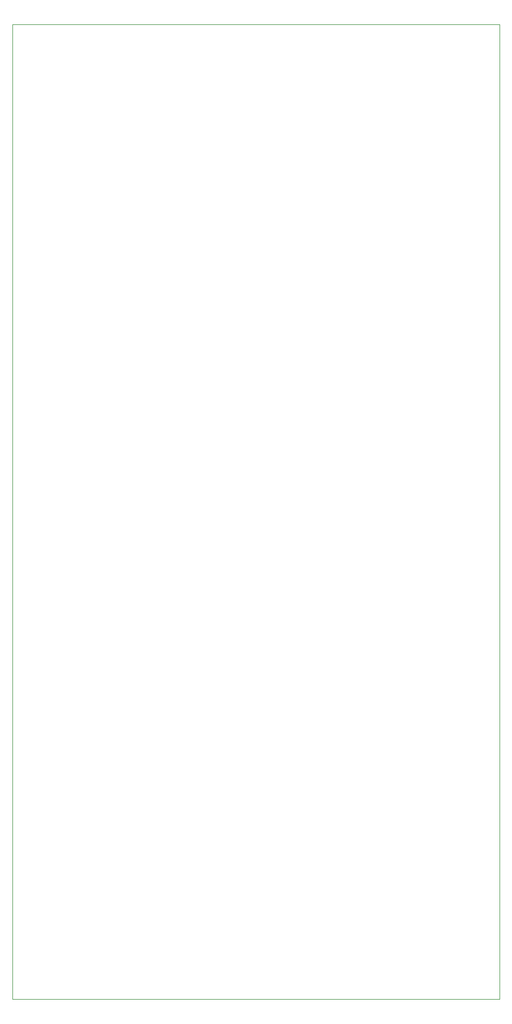
<source format=gbr>
%TF.GenerationSoftware,KiCad,Pcbnew,(6.0.4-0)*%
%TF.CreationDate,2023-02-13T20:03:00-06:00*%
%TF.ProjectId,Gecko_Poker,4765636b-6f5f-4506-9f6b-65722e6b6963,rev?*%
%TF.SameCoordinates,Original*%
%TF.FileFunction,Profile,NP*%
%FSLAX46Y46*%
G04 Gerber Fmt 4.6, Leading zero omitted, Abs format (unit mm)*
G04 Created by KiCad (PCBNEW (6.0.4-0)) date 2023-02-13 20:03:00*
%MOMM*%
%LPD*%
G01*
G04 APERTURE LIST*
%TA.AperFunction,Profile*%
%ADD10C,0.100000*%
%TD*%
G04 APERTURE END LIST*
D10*
X41275000Y-28575000D02*
X117475000Y-28575000D01*
X117475000Y-28575000D02*
X117475000Y-180975000D01*
X117475000Y-180975000D02*
X41275000Y-180975000D01*
X41275000Y-180975000D02*
X41275000Y-28575000D01*
M02*

</source>
